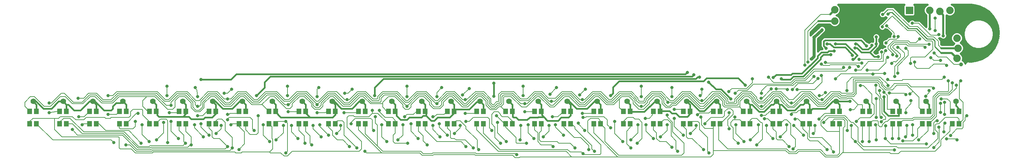
<source format=gbl>
G75*
G70*
%OFA0B0*%
%FSLAX24Y24*%
%IPPOS*%
%LPD*%
%AMOC8*
5,1,8,0,0,1.08239X$1,22.5*
%
%ADD10R,0.0740X0.0740*%
%ADD11C,0.0740*%
%ADD12R,0.0472X0.0551*%
%ADD13C,0.0560*%
%ADD14C,0.0160*%
%ADD15C,0.0320*%
%ADD16C,0.0080*%
%ADD17C,0.0396*%
%ADD18C,0.0200*%
%ADD19C,0.0100*%
%ADD20C,0.0475*%
%ADD21C,0.0360*%
%ADD22C,0.0300*%
D10*
X088325Y017126D03*
X093135Y015366D03*
D11*
X093035Y014366D03*
X093135Y013366D03*
X093035Y012366D03*
X080925Y016056D03*
X080925Y017196D03*
X089325Y017026D03*
X090325Y017126D03*
X091325Y017026D03*
X092325Y017126D03*
D12*
X092575Y007106D03*
X093245Y007106D03*
X090285Y007106D03*
X089615Y007106D03*
X087325Y007106D03*
X086655Y007106D03*
X084365Y007106D03*
X083695Y007106D03*
X081405Y007106D03*
X080735Y007106D03*
X078445Y007106D03*
X077775Y007106D03*
X075485Y007106D03*
X074815Y007106D03*
X072525Y007106D03*
X071855Y007106D03*
X069565Y007106D03*
X068895Y007106D03*
X066605Y007106D03*
X065935Y007106D03*
X063645Y007106D03*
X062975Y007106D03*
X060685Y007106D03*
X060015Y007106D03*
X057725Y007106D03*
X057055Y007106D03*
X054765Y007106D03*
X054095Y007106D03*
X051885Y007106D03*
X051215Y007106D03*
X049005Y007106D03*
X048335Y007106D03*
X046125Y007106D03*
X045455Y007106D03*
X043245Y007106D03*
X042575Y007106D03*
X040365Y007106D03*
X039695Y007106D03*
X037405Y007106D03*
X036735Y007106D03*
X034445Y007106D03*
X033775Y007106D03*
X031485Y007106D03*
X030815Y007106D03*
X028525Y007106D03*
X027855Y007106D03*
X025565Y007106D03*
X024895Y007106D03*
X022605Y007106D03*
X021935Y007106D03*
X019645Y007106D03*
X018975Y007106D03*
X016685Y007106D03*
X016015Y007106D03*
X013725Y007106D03*
X013055Y007106D03*
X010765Y007106D03*
X010095Y007106D03*
X007805Y007106D03*
X007135Y007106D03*
X004845Y007106D03*
X004175Y007106D03*
X001885Y007106D03*
X001215Y007106D03*
X001215Y005866D03*
X001885Y005866D03*
X004175Y005866D03*
X004845Y005866D03*
X007135Y005866D03*
X007805Y005866D03*
X010095Y005866D03*
X010765Y005866D03*
X013055Y005866D03*
X013725Y005866D03*
X016015Y005866D03*
X016685Y005866D03*
X018975Y005866D03*
X019645Y005866D03*
X021935Y005866D03*
X022605Y005866D03*
X024895Y005866D03*
X025565Y005866D03*
X027855Y005866D03*
X028525Y005866D03*
X030815Y005866D03*
X031485Y005866D03*
X033775Y005866D03*
X034445Y005866D03*
X036735Y005866D03*
X037405Y005866D03*
X039695Y005866D03*
X040365Y005866D03*
X042575Y005866D03*
X043245Y005866D03*
X045455Y005866D03*
X046125Y005866D03*
X048335Y005866D03*
X049005Y005866D03*
X051215Y005866D03*
X051885Y005866D03*
X054095Y005866D03*
X054765Y005866D03*
X057055Y005866D03*
X057725Y005866D03*
X060015Y005866D03*
X060685Y005866D03*
X062975Y005866D03*
X063645Y005866D03*
X065935Y005866D03*
X066605Y005866D03*
X068895Y005866D03*
X069565Y005866D03*
X071855Y005866D03*
X072525Y005866D03*
X074815Y005866D03*
X075485Y005866D03*
X077775Y005866D03*
X078445Y005866D03*
X080735Y005866D03*
X081405Y005866D03*
X083695Y005866D03*
X084365Y005866D03*
X086655Y005866D03*
X087325Y005866D03*
X089615Y005866D03*
X090285Y005866D03*
X092575Y005866D03*
X093245Y005866D03*
D13*
X092925Y008086D03*
X089965Y008086D03*
X087005Y008086D03*
X084045Y008086D03*
X081085Y008086D03*
X078125Y008086D03*
X075165Y008086D03*
X072205Y008086D03*
X069245Y008086D03*
X066285Y008086D03*
X063325Y008086D03*
X060365Y008086D03*
X057405Y008086D03*
X054445Y008086D03*
X051565Y008086D03*
X048685Y008086D03*
X045805Y008086D03*
X042925Y008086D03*
X040045Y008086D03*
X037085Y008086D03*
X034125Y008086D03*
X031165Y008086D03*
X028205Y008086D03*
X025245Y008086D03*
X022285Y008086D03*
X019325Y008086D03*
X016365Y008086D03*
X013405Y008086D03*
X010445Y008086D03*
X007485Y008086D03*
X004525Y008086D03*
X001565Y008086D03*
D14*
X001885Y007766D01*
X001885Y007106D01*
X002565Y007366D02*
X003365Y007366D01*
X004085Y008086D01*
X004525Y008086D01*
X004845Y007766D01*
X005045Y007766D01*
X005605Y007206D01*
X006245Y007206D01*
X007125Y008086D01*
X007485Y008086D01*
X007805Y007766D01*
X007805Y007106D01*
X008565Y007206D02*
X007685Y008086D01*
X007485Y008086D01*
X009445Y007606D02*
X009765Y007926D01*
X010285Y007926D01*
X010445Y008086D01*
X010765Y007766D01*
X010765Y007106D01*
X009445Y007366D02*
X009445Y007606D01*
X009445Y007366D02*
X009285Y007206D01*
X008565Y007206D01*
X004845Y007106D02*
X004845Y007766D01*
X002565Y007366D02*
X001845Y008086D01*
X001565Y008086D01*
X013405Y008086D02*
X013725Y007766D01*
X013725Y007106D01*
X013845Y006986D01*
X013845Y006726D01*
X014005Y006566D01*
X016405Y006566D01*
X016965Y006566D01*
X017205Y006326D01*
X018405Y006326D01*
X018565Y006486D01*
X019285Y006486D01*
X019645Y006846D01*
X019645Y007106D01*
X019645Y007766D01*
X019325Y008086D01*
X019605Y008086D01*
X020325Y007366D01*
X021285Y007366D01*
X022005Y008086D01*
X022285Y008086D01*
X022605Y007766D01*
X022605Y007106D01*
X025565Y007106D02*
X025605Y006986D01*
X026005Y006566D01*
X026085Y006486D01*
X028965Y006486D01*
X031205Y006486D01*
X031485Y006766D01*
X031485Y007106D01*
X031485Y007766D01*
X031165Y008086D01*
X031365Y008086D01*
X032085Y007366D01*
X033125Y007366D01*
X033845Y008086D01*
X034125Y008086D01*
X034445Y007766D01*
X034445Y007106D01*
X037405Y007106D02*
X037525Y006986D01*
X037525Y006646D01*
X037925Y006246D01*
X038565Y006246D01*
X038805Y006486D01*
X040005Y006486D01*
X040165Y006646D01*
X040485Y006646D01*
X040965Y006166D01*
X041285Y006166D01*
X041605Y006486D01*
X042805Y006486D01*
X043245Y006926D01*
X043245Y007106D01*
X043385Y007286D01*
X044725Y007286D01*
X045465Y008026D01*
X045745Y008026D01*
X045805Y008086D01*
X046125Y007766D01*
X046125Y007106D01*
X049005Y007106D02*
X049045Y007066D01*
X049045Y006566D01*
X049125Y006486D01*
X049365Y006486D01*
X049605Y006246D01*
X050485Y006246D01*
X050725Y006486D01*
X051525Y006486D01*
X051565Y006526D01*
X052125Y006526D01*
X051925Y006726D01*
X051925Y007066D01*
X051885Y007106D01*
X051885Y007766D01*
X051565Y008086D01*
X054445Y008086D02*
X054765Y007766D01*
X054765Y007106D01*
X054765Y006686D01*
X054565Y006486D01*
X053845Y006486D01*
X053525Y006166D01*
X052485Y006166D01*
X052125Y006526D01*
X049005Y007106D02*
X049005Y007766D01*
X048685Y008086D01*
X047165Y008606D02*
X047165Y009886D01*
X043245Y007766D02*
X042925Y008086D01*
X043245Y007766D02*
X043245Y007106D01*
X040485Y006986D02*
X040485Y006646D01*
X040485Y006986D02*
X040365Y007106D01*
X040365Y007766D01*
X040045Y008086D01*
X037405Y007766D02*
X037085Y008086D01*
X037405Y007766D02*
X037405Y007106D01*
X035365Y008646D02*
X035365Y009446D01*
X036245Y010326D01*
X067165Y010326D01*
X067325Y010486D01*
X067525Y010486D01*
X067925Y010086D02*
X068245Y010406D01*
X071365Y010406D01*
X072085Y009686D01*
X070645Y008326D02*
X069685Y009286D01*
X069165Y009286D01*
X068445Y010006D01*
X067925Y010086D02*
X059565Y010086D01*
X058965Y009486D01*
X058965Y008886D01*
X058725Y008646D01*
X057725Y007766D02*
X057405Y008086D01*
X057125Y008086D01*
X056405Y007366D01*
X055365Y007366D01*
X054645Y008086D01*
X054445Y008086D01*
X057725Y007766D02*
X057725Y007106D01*
X060365Y008086D02*
X060685Y007766D01*
X060685Y007106D01*
X060745Y007046D01*
X062085Y007046D01*
X063125Y008086D01*
X063325Y008086D01*
X063645Y007766D01*
X063645Y007106D01*
X063785Y007126D01*
X064565Y007126D01*
X064805Y006886D01*
X065205Y006886D01*
X065525Y006566D01*
X066325Y006566D01*
X066605Y006846D01*
X066605Y007106D01*
X066605Y007766D01*
X066285Y008086D01*
X066565Y008086D01*
X067525Y007126D01*
X068005Y007126D01*
X068965Y008086D01*
X069245Y008086D01*
X069565Y007766D01*
X069565Y007106D01*
X072525Y007106D02*
X072525Y007766D01*
X072725Y007766D01*
X073445Y007046D01*
X073925Y007046D01*
X074645Y007766D01*
X074845Y007766D01*
X075165Y008086D01*
X075485Y007766D01*
X075685Y007766D01*
X076245Y007206D01*
X076965Y007206D01*
X077525Y007766D01*
X077805Y007766D01*
X078125Y008086D01*
X078445Y007766D01*
X078445Y007106D01*
X078445Y007086D01*
X078725Y007366D01*
X080005Y007366D01*
X080725Y008086D01*
X081085Y008086D01*
X081405Y007766D01*
X081405Y007106D01*
X084365Y007106D02*
X084365Y007766D01*
X084045Y008086D01*
X082445Y008086D02*
X081085Y008086D01*
X085805Y008526D02*
X085805Y007086D01*
X086245Y006646D01*
X087285Y006646D01*
X087285Y007066D01*
X087325Y007106D01*
X087325Y007766D01*
X087005Y008086D01*
X089965Y008086D02*
X090285Y007766D01*
X090285Y007106D01*
X092925Y007646D02*
X093245Y007326D01*
X093245Y007106D01*
X092925Y007646D02*
X092925Y008086D01*
X079525Y012286D02*
X077805Y010566D01*
X076845Y010566D01*
X076525Y010246D01*
X075725Y010246D01*
X075645Y010326D01*
X075125Y010726D02*
X074845Y010446D01*
X075125Y010726D02*
X076605Y010726D01*
X076725Y010846D01*
X077685Y010846D01*
X079245Y012406D01*
X079245Y012606D01*
X079605Y012966D01*
X080205Y012966D01*
X080325Y013086D01*
X080885Y013086D01*
X080845Y013446D02*
X080485Y013806D01*
X080165Y013806D01*
X079845Y013606D02*
X079845Y014046D01*
X079965Y014166D01*
X083525Y014166D01*
X084085Y013606D01*
X084245Y013246D02*
X084605Y013606D01*
X084605Y013646D01*
X085045Y013606D02*
X085045Y013806D01*
X085045Y014486D01*
X085405Y014646D02*
X085445Y014686D01*
X086165Y014686D01*
X085445Y014686D02*
X085445Y014966D01*
X085285Y015126D01*
X085405Y014646D02*
X085405Y013326D01*
X085045Y012966D01*
X084845Y012526D02*
X084405Y012966D01*
X085045Y013606D01*
X084245Y013246D02*
X083685Y013246D01*
X083125Y013806D01*
X083005Y013806D01*
X082005Y013806D02*
X083165Y012646D01*
X082725Y012206D01*
X082725Y012246D01*
X082685Y012646D02*
X082685Y012726D01*
X081965Y013446D01*
X080845Y013446D01*
X080085Y013366D02*
X079845Y013606D01*
X081005Y013806D02*
X082005Y013806D01*
X082925Y013406D02*
X083125Y013406D01*
X083565Y012966D01*
X084405Y012966D01*
X084845Y012526D02*
X085245Y012526D01*
X080525Y012726D02*
X080485Y012766D01*
X080445Y012726D01*
X079805Y012726D01*
X079525Y012446D01*
X079525Y012286D01*
X066965Y010726D02*
X066805Y010566D01*
X025045Y010566D01*
X024485Y010006D01*
X024485Y009446D01*
X023685Y008646D01*
X025245Y008086D02*
X025565Y007766D01*
X025565Y007106D01*
X028205Y008086D02*
X028525Y007766D01*
X028525Y007106D01*
X028565Y006906D01*
X028965Y006486D01*
X016685Y006846D02*
X016405Y006566D01*
X016685Y006846D02*
X016685Y007106D01*
X016685Y007766D01*
X016365Y008086D01*
X018165Y010246D02*
X021125Y010246D01*
X021685Y010806D01*
X066125Y010806D01*
X066325Y010966D01*
X072205Y008086D02*
X072525Y007766D01*
X075485Y007766D02*
X075485Y007106D01*
D15*
X076645Y006806D03*
X077005Y006326D03*
X073965Y006366D03*
X073685Y006686D03*
X071045Y006526D03*
X070485Y006966D03*
X067685Y006526D03*
X067325Y006766D03*
X065045Y006406D03*
X064325Y006726D03*
X062165Y006406D03*
X062245Y005766D03*
X061445Y005766D03*
X059125Y006086D03*
X058725Y005446D03*
X056165Y005206D03*
X054085Y004726D03*
X052085Y004566D03*
X051125Y004406D03*
X049765Y004246D03*
X048405Y004086D03*
X047845Y003926D03*
X045685Y003286D03*
X045125Y003446D03*
X044405Y003606D03*
X041845Y004566D03*
X042565Y004726D03*
X043285Y004886D03*
X039685Y004406D03*
X040565Y003766D03*
X038645Y003926D03*
X037685Y004246D03*
X036565Y004086D03*
X033605Y003446D03*
X032885Y003606D03*
X034405Y003126D03*
X029125Y003766D03*
X028485Y003926D03*
X027765Y004406D03*
X025605Y004246D03*
X024965Y004086D03*
X021925Y003286D03*
X021285Y003446D03*
X020805Y003606D03*
X017205Y003766D03*
X016645Y003926D03*
X015925Y004406D03*
X014885Y004006D03*
X013765Y004246D03*
X013045Y004086D03*
X012245Y003926D03*
X010725Y003766D03*
X009525Y004006D03*
X005445Y005286D03*
X006405Y005766D03*
X006085Y006566D03*
X008965Y006806D03*
X011685Y006086D03*
X012325Y005766D03*
X014485Y006006D03*
X015205Y006086D03*
X017525Y005766D03*
X018165Y005846D03*
X020165Y005686D03*
X021125Y005766D03*
X020805Y006246D03*
X020805Y006806D03*
X017845Y006646D03*
X015045Y006966D03*
X015205Y007686D03*
X017845Y007606D03*
X020805Y008326D03*
X020485Y008886D03*
X021205Y009286D03*
X023685Y008646D03*
X026725Y008646D03*
X029685Y008566D03*
X029685Y007766D03*
X026805Y007766D03*
X026805Y007046D03*
X029685Y006966D03*
X032325Y006966D03*
X035125Y007206D03*
X035845Y007206D03*
X035445Y006566D03*
X038325Y006566D03*
X038965Y005846D03*
X038165Y005766D03*
X036085Y005766D03*
X035285Y005206D03*
X033045Y005846D03*
X032005Y005686D03*
X029925Y005766D03*
X029285Y005686D03*
X027125Y005686D03*
X026325Y005686D03*
X026565Y006086D03*
X024325Y005766D03*
X023445Y005206D03*
X019685Y004886D03*
X018965Y004726D03*
X018405Y004566D03*
X026565Y002966D03*
X030085Y004566D03*
X030805Y004726D03*
X031605Y004886D03*
X023845Y006646D03*
X017845Y008566D03*
X014805Y008646D03*
X017605Y009446D03*
X018165Y010246D03*
X014805Y009606D03*
X008965Y008646D03*
X006005Y008406D03*
X003125Y007926D03*
X003125Y006966D03*
X011925Y006886D03*
X026725Y009606D03*
X029845Y009446D03*
X032405Y008886D03*
X033125Y009286D03*
X035365Y008646D03*
X032645Y008246D03*
X038565Y008566D03*
X041525Y008566D03*
X041525Y007846D03*
X038565Y007606D03*
X041125Y006566D03*
X041765Y005846D03*
X041125Y005686D03*
X043845Y005686D03*
X044405Y006086D03*
X044325Y006886D03*
X047445Y006646D03*
X050245Y007046D03*
X050245Y007846D03*
X052885Y008086D03*
X052725Y008806D03*
X053365Y009446D03*
X055685Y008726D03*
X055925Y008246D03*
X058725Y008646D03*
X056245Y009286D03*
X061765Y009606D03*
X064805Y009446D03*
X067605Y008646D03*
X067765Y009286D03*
X070445Y009046D03*
X071085Y008886D03*
X073685Y008886D03*
X074645Y009326D03*
X075125Y009326D03*
X076245Y009246D03*
X076725Y009246D03*
X077205Y009246D03*
X079405Y008646D03*
X080005Y008966D03*
X082125Y009166D03*
X083485Y009646D03*
X085005Y009686D03*
X086215Y009676D03*
X086165Y010246D03*
X086885Y010546D03*
X087185Y010886D03*
X085885Y010846D03*
X084715Y010806D03*
X084125Y011206D03*
X083285Y011566D03*
X083605Y011886D03*
X082405Y011446D03*
X081805Y011446D03*
X083005Y011206D03*
X080005Y011966D03*
X079605Y011806D03*
X078285Y012006D03*
X078605Y012286D03*
X077965Y011686D03*
X080525Y012726D03*
X080885Y013086D03*
X080085Y013366D03*
X080165Y013806D03*
X081005Y013806D03*
X082925Y013406D03*
X084085Y013606D03*
X084605Y013646D03*
X085045Y013806D03*
X086005Y013886D03*
X087165Y013446D03*
X087965Y013366D03*
X089885Y013446D03*
X090285Y013766D03*
X090765Y012886D03*
X090445Y012426D03*
X091405Y012146D03*
X088845Y012006D03*
X088445Y011846D03*
X086565Y011846D03*
X086165Y012446D03*
X086685Y012726D03*
X087085Y012606D03*
X085965Y013126D03*
X085565Y013006D03*
X085245Y012526D03*
X083325Y012246D03*
X082725Y012246D03*
X082685Y012646D03*
X083005Y013806D03*
X085045Y014486D03*
X086805Y014526D03*
X087205Y014526D03*
X089325Y014286D03*
X091245Y014726D03*
X091685Y014606D03*
X090885Y015126D03*
X090325Y015286D03*
X088605Y015846D03*
X086085Y015606D03*
X085645Y015486D03*
X090885Y016366D03*
X086205Y016766D03*
X085685Y016726D03*
X079685Y015206D03*
X078885Y014446D03*
X092005Y011646D03*
X091765Y010486D03*
X092165Y010126D03*
X092565Y009926D03*
X092965Y009686D03*
X093405Y010126D03*
X090715Y009406D03*
X090285Y009166D03*
X088385Y008826D03*
X087965Y008746D03*
X086325Y008926D03*
X085805Y009006D03*
X085365Y009166D03*
X085805Y008526D03*
X085045Y008366D03*
X082445Y008086D03*
X082485Y007246D03*
X085045Y006486D03*
X085525Y006486D03*
X085525Y006046D03*
X085965Y005646D03*
X084965Y005766D03*
X083085Y006086D03*
X082565Y005686D03*
X082165Y005206D03*
X079845Y006006D03*
X078965Y005686D03*
X076885Y005686D03*
X076165Y005766D03*
X074165Y005686D03*
X073365Y005766D03*
X071125Y005766D03*
X070485Y005366D03*
X068085Y005846D03*
X067205Y005686D03*
X064325Y005766D03*
X065925Y004726D03*
X066645Y004886D03*
X063685Y004566D03*
X062965Y004406D03*
X061365Y003926D03*
X059925Y004086D03*
X060725Y004246D03*
X060725Y003446D03*
X057125Y003126D03*
X056565Y003286D03*
X055205Y003446D03*
X056005Y002886D03*
X053045Y003606D03*
X050405Y003926D03*
X049445Y002806D03*
X046965Y005206D03*
X047525Y006006D03*
X049845Y005686D03*
X050565Y005766D03*
X052645Y005686D03*
X053285Y005766D03*
X055525Y005926D03*
X056005Y006486D03*
X055925Y006886D03*
X052965Y006566D03*
X047165Y008606D03*
X050085Y008646D03*
X050085Y009606D03*
X047165Y009886D03*
X044725Y009366D03*
X042005Y009446D03*
X044085Y008726D03*
X044325Y008246D03*
X038565Y009606D03*
X061765Y008566D03*
X064405Y008006D03*
X064805Y008566D03*
X067765Y008166D03*
X065045Y007286D03*
X061765Y007606D03*
X070645Y008326D03*
X073645Y008406D03*
X076645Y007926D03*
X073685Y007606D03*
X079365Y006326D03*
X078805Y004886D03*
X077845Y004726D03*
X075525Y004566D03*
X074805Y004406D03*
X073205Y003766D03*
X071925Y004086D03*
X071365Y003926D03*
X072565Y004246D03*
X076405Y003606D03*
X076805Y003366D03*
X080165Y003286D03*
X080805Y003046D03*
X082965Y004086D03*
X083685Y004086D03*
X084325Y004086D03*
X085045Y004246D03*
X085925Y004406D03*
X086645Y004406D03*
X087285Y004406D03*
X087685Y004166D03*
X087925Y004566D03*
X088645Y004726D03*
X089245Y004246D03*
X090005Y003846D03*
X090725Y003486D03*
X086845Y003246D03*
X092005Y004366D03*
X093045Y004246D03*
X092405Y004686D03*
X091725Y005046D03*
X090725Y004886D03*
X091245Y005526D03*
X091845Y005926D03*
X091085Y006166D03*
X094005Y006646D03*
X091805Y006806D03*
X091405Y007006D03*
X091405Y007886D03*
X091805Y008006D03*
X091485Y008326D03*
X089925Y008606D03*
X088485Y008166D03*
X087965Y006966D03*
X088085Y005686D03*
X088645Y005766D03*
X079685Y008246D03*
X072085Y009686D03*
X072765Y010326D03*
X074365Y010486D03*
X074845Y010446D03*
X075645Y010326D03*
X078885Y010566D03*
X079285Y010366D03*
X079605Y010646D03*
X081005Y010326D03*
X068445Y010006D03*
X067525Y010486D03*
X066965Y010726D03*
X066325Y010966D03*
X064805Y003526D03*
X065365Y003126D03*
X067925Y003286D03*
X068485Y002966D03*
D16*
X011685Y002966D02*
X011285Y003366D01*
X010165Y003366D01*
X010085Y003446D01*
X010085Y004486D01*
X010005Y004566D01*
X004405Y004566D01*
X003685Y005286D01*
X003685Y006406D01*
X004085Y006406D01*
X004245Y006566D01*
X005445Y006566D01*
X005765Y006246D01*
X006565Y006246D01*
X006805Y006486D01*
X008645Y006486D01*
X008725Y006406D01*
X009205Y006406D01*
X009285Y006486D01*
X011045Y006486D01*
X011205Y006646D01*
X011205Y007046D01*
X011445Y007286D01*
X012325Y007286D01*
X012405Y007206D01*
X012405Y006726D01*
X013045Y006086D01*
X013055Y005866D01*
X013705Y005866D02*
X013725Y005866D01*
X013705Y005866D02*
X014165Y006326D01*
X014725Y006326D01*
X014885Y006166D01*
X014885Y004006D01*
X014485Y004966D02*
X013765Y004246D01*
X013045Y004086D02*
X012325Y004806D01*
X012325Y005766D01*
X011685Y005606D02*
X011685Y006086D01*
X011785Y006886D02*
X010765Y005866D01*
X010095Y005866D02*
X010085Y005766D01*
X010085Y005446D01*
X010165Y005366D01*
X011445Y005366D01*
X011685Y005606D01*
X011045Y005206D02*
X008725Y005206D01*
X008065Y005866D01*
X007805Y005866D01*
X007135Y005866D02*
X006505Y005866D01*
X006405Y005766D01*
X006405Y004886D02*
X005425Y005866D01*
X004845Y005866D01*
X004565Y006406D02*
X004175Y006016D01*
X004175Y005866D01*
X004565Y006406D02*
X005205Y006406D01*
X006565Y005046D01*
X010565Y005046D01*
X012005Y003606D01*
X013045Y003606D01*
X013125Y003686D01*
X016405Y003686D01*
X016645Y003926D01*
X016485Y004086D01*
X016485Y004726D01*
X016015Y005196D01*
X016015Y005866D01*
X016685Y005866D02*
X016685Y005086D01*
X017205Y004566D01*
X017205Y003846D01*
X016885Y003526D01*
X013205Y003526D01*
X013125Y003446D01*
X011925Y003446D01*
X010485Y004886D01*
X006405Y004886D01*
X005925Y004726D02*
X005445Y005286D01*
X005925Y004726D02*
X010405Y004726D01*
X011845Y003286D01*
X013205Y003286D01*
X013285Y003366D01*
X020565Y003366D01*
X020805Y003606D01*
X020005Y004406D01*
X019445Y004406D01*
X019285Y004566D01*
X019285Y005126D01*
X018975Y005436D01*
X018975Y005866D01*
X019645Y005866D02*
X019645Y006126D01*
X019845Y006326D01*
X020245Y006326D01*
X020565Y006006D01*
X020565Y005206D01*
X021285Y004486D01*
X021285Y003446D01*
X021045Y003206D01*
X013365Y003206D01*
X013285Y003126D01*
X011765Y003126D01*
X011125Y003766D01*
X010725Y003766D01*
X011045Y005206D02*
X012245Y003926D01*
X013365Y002966D02*
X013445Y003046D01*
X021525Y003046D01*
X021605Y002966D01*
X022165Y002966D01*
X022245Y003046D01*
X024965Y003046D01*
X025045Y002966D01*
X026085Y002966D01*
X026405Y002646D01*
X026725Y002646D01*
X027205Y003126D01*
X033845Y003126D01*
X034085Y003366D01*
X034085Y004086D01*
X032645Y005526D01*
X032645Y006486D01*
X032805Y006646D01*
X033285Y006646D01*
X033365Y006566D01*
X034805Y006566D01*
X035125Y006886D01*
X035125Y007206D01*
X035125Y006886D02*
X035685Y006886D01*
X036655Y005916D01*
X036735Y005866D01*
X036085Y005766D02*
X036085Y004566D01*
X036565Y004086D01*
X037205Y004086D02*
X037205Y004726D01*
X037405Y004926D01*
X037405Y005866D01*
X037405Y006206D01*
X037125Y006486D01*
X036405Y006486D01*
X035845Y007046D01*
X035845Y007206D01*
X036165Y007526D02*
X036585Y007106D01*
X036735Y007106D01*
X038165Y007526D02*
X038405Y007286D01*
X038725Y007286D01*
X038965Y007526D01*
X038965Y007766D01*
X039765Y008566D01*
X040245Y008566D01*
X040805Y008006D01*
X040805Y007766D01*
X041205Y007366D01*
X041845Y007366D01*
X042165Y007686D01*
X042165Y008006D01*
X042725Y008566D01*
X043045Y008566D01*
X044085Y007526D01*
X044565Y007526D01*
X045605Y008566D01*
X045925Y008566D01*
X046405Y008086D01*
X046405Y007686D01*
X046845Y007246D01*
X047365Y007246D01*
X047685Y007566D01*
X047875Y007566D01*
X048125Y007816D01*
X048125Y008486D01*
X048205Y008566D01*
X048885Y008566D01*
X049925Y007526D01*
X050405Y007526D01*
X051445Y008566D01*
X051685Y008566D01*
X052725Y007526D01*
X053125Y007526D01*
X054165Y008566D01*
X054645Y008566D01*
X055605Y007606D01*
X056245Y007606D01*
X057205Y008566D01*
X057525Y008566D01*
X058325Y007766D01*
X059045Y007766D01*
X059605Y008326D01*
X059845Y008566D01*
X060565Y008566D01*
X060965Y008166D01*
X060965Y007846D01*
X061525Y007286D01*
X062005Y007286D01*
X062565Y007846D01*
X062565Y008006D01*
X063125Y008566D01*
X063525Y008566D01*
X063845Y008246D01*
X063845Y007846D01*
X064245Y007446D01*
X064645Y007446D01*
X064885Y007686D01*
X065205Y007686D01*
X066085Y008566D01*
X066405Y008566D01*
X067605Y007366D01*
X067925Y007366D01*
X069125Y008566D01*
X069365Y008566D01*
X069845Y008086D01*
X069845Y007686D01*
X070005Y007526D01*
X071525Y007526D01*
X071525Y008086D01*
X072005Y008566D01*
X072405Y008566D01*
X072725Y008246D01*
X072725Y008086D01*
X073525Y007286D01*
X073845Y007286D01*
X074725Y008166D01*
X074725Y008246D01*
X075045Y008566D01*
X075365Y008566D01*
X075605Y008326D01*
X075605Y008166D01*
X076325Y007446D01*
X076885Y007446D01*
X078005Y008566D01*
X078285Y008566D01*
X079245Y007606D01*
X079925Y007606D01*
X080885Y008566D01*
X081205Y008566D01*
X081445Y008326D01*
X082165Y008326D01*
X082245Y008406D01*
X082605Y008406D01*
X083245Y007766D01*
X082845Y007246D01*
X082485Y007246D01*
X083685Y007126D02*
X083685Y007766D01*
X083245Y007766D01*
X084605Y007966D02*
X084845Y007726D01*
X084845Y006846D01*
X084445Y006446D01*
X083445Y006446D01*
X083085Y006086D01*
X082725Y006006D02*
X082565Y006006D01*
X081925Y006646D01*
X080085Y006646D01*
X079565Y006126D01*
X079565Y005686D01*
X080165Y005086D01*
X081365Y005086D01*
X081405Y005046D01*
X081405Y002926D01*
X081205Y002726D01*
X080085Y002726D01*
X079525Y003286D01*
X077285Y003286D01*
X077045Y003046D01*
X076485Y003046D01*
X076165Y003366D01*
X070325Y003366D01*
X069445Y004246D01*
X069445Y005666D01*
X069565Y005866D01*
X069565Y006046D01*
X069805Y006046D01*
X070485Y006726D01*
X070485Y006966D01*
X070325Y007366D02*
X070005Y007046D01*
X070005Y006646D01*
X069845Y006486D01*
X068685Y006486D01*
X068085Y005886D01*
X068085Y005846D01*
X067725Y005766D02*
X068083Y005407D01*
X068899Y005407D01*
X068895Y005866D01*
X067725Y005766D02*
X067725Y006486D01*
X067685Y006526D01*
X067525Y006926D02*
X067325Y006766D01*
X067525Y006926D02*
X068485Y006926D01*
X068725Y007166D01*
X068805Y007166D01*
X068755Y007086D01*
X068895Y007106D01*
X070325Y007366D02*
X070645Y007366D01*
X070885Y007126D01*
X070885Y006806D01*
X070325Y006246D01*
X070325Y005686D01*
X070485Y005526D01*
X070485Y005366D01*
X070645Y005686D02*
X070885Y005446D01*
X070885Y004406D01*
X071365Y003926D01*
X071925Y004086D02*
X071125Y004886D01*
X071125Y005766D01*
X070645Y005686D02*
X070645Y006006D01*
X070885Y006246D01*
X071005Y006246D01*
X071045Y006286D01*
X071045Y006526D01*
X071005Y006246D02*
X071525Y006246D01*
X071855Y005916D01*
X071855Y005866D01*
X072525Y005866D02*
X072525Y006206D01*
X072725Y006406D01*
X073205Y006406D01*
X073605Y006006D01*
X073685Y006006D01*
X073765Y005926D01*
X073765Y004326D01*
X073205Y003766D01*
X072565Y004246D02*
X073365Y005046D01*
X073365Y005766D01*
X074165Y005686D02*
X074165Y005046D01*
X074805Y004406D01*
X075125Y004406D02*
X075125Y005046D01*
X074815Y005356D01*
X074815Y005866D01*
X074315Y006366D01*
X073965Y006366D01*
X074085Y006686D02*
X073685Y006686D01*
X074085Y006686D02*
X074505Y007106D01*
X074815Y007106D01*
X073845Y007606D02*
X073685Y007606D01*
X073445Y007606D01*
X072885Y008166D01*
X072885Y008326D01*
X072485Y008726D01*
X071925Y008726D01*
X071365Y008166D01*
X071365Y007766D01*
X071285Y007686D01*
X070085Y007686D01*
X070005Y007766D01*
X070005Y008166D01*
X069445Y008726D01*
X069045Y008726D01*
X067925Y007606D01*
X067605Y007606D01*
X066485Y008726D01*
X066005Y008726D01*
X065125Y007846D01*
X064805Y007846D01*
X064565Y007606D01*
X064325Y007606D01*
X064005Y007926D01*
X064005Y008326D01*
X063605Y008726D01*
X062965Y008726D01*
X062405Y008166D01*
X062405Y008006D01*
X062005Y007606D01*
X061765Y007606D01*
X061525Y007606D01*
X061125Y008006D01*
X061125Y008246D01*
X060645Y008726D01*
X059765Y008726D01*
X058965Y007926D01*
X058405Y007926D01*
X057605Y008726D01*
X057125Y008726D01*
X056165Y007766D01*
X055685Y007766D01*
X054725Y008726D01*
X054085Y008726D01*
X053045Y007686D01*
X052805Y007686D01*
X051765Y008726D01*
X051365Y008726D01*
X050485Y007846D01*
X050245Y007846D01*
X049845Y007846D01*
X048965Y008726D01*
X048125Y008726D01*
X047965Y008566D01*
X047965Y007886D01*
X047805Y007726D01*
X047605Y007726D01*
X047285Y007406D01*
X046925Y007406D01*
X046565Y007766D01*
X046565Y008166D01*
X046005Y008726D01*
X045525Y008726D01*
X044485Y007686D01*
X044165Y007686D01*
X043125Y008726D01*
X042645Y008726D01*
X042005Y008086D01*
X042005Y007766D01*
X041765Y007526D01*
X041285Y007526D01*
X040965Y007846D01*
X040965Y008086D01*
X040325Y008726D01*
X039685Y008726D01*
X038565Y007606D01*
X037445Y008726D01*
X036325Y008726D01*
X036005Y008406D01*
X036005Y008086D01*
X035925Y008006D01*
X035045Y008006D01*
X034325Y008726D01*
X033845Y008726D01*
X032885Y007766D01*
X032325Y007766D01*
X031365Y008726D01*
X030885Y008726D01*
X030085Y007926D01*
X030085Y007686D01*
X029845Y007446D01*
X029525Y007446D01*
X029285Y007686D01*
X029285Y007926D01*
X028485Y008726D01*
X027845Y008726D01*
X026885Y007766D01*
X026805Y007766D01*
X026485Y007766D01*
X025525Y008726D01*
X024725Y008726D01*
X023925Y007926D01*
X023285Y007926D01*
X022485Y008726D01*
X022005Y008726D01*
X021045Y007766D01*
X020565Y007766D01*
X019605Y008726D01*
X019045Y008726D01*
X018325Y008006D01*
X018325Y007526D01*
X018005Y007206D01*
X017685Y007206D01*
X017365Y007526D01*
X017365Y008006D01*
X016645Y008726D01*
X015925Y008726D01*
X015205Y008006D01*
X015205Y007686D01*
X014725Y007686D01*
X013685Y008726D01*
X010005Y008726D01*
X009365Y008086D01*
X008405Y008086D01*
X007765Y008726D01*
X007125Y008726D01*
X006405Y008006D01*
X005525Y008006D01*
X004645Y008886D01*
X004325Y008886D01*
X003365Y007926D01*
X003125Y007926D01*
X003285Y007606D02*
X002645Y007606D01*
X001685Y008566D01*
X001285Y008566D01*
X000725Y008006D01*
X000725Y007606D01*
X001215Y007116D01*
X001215Y007106D01*
X003125Y006966D02*
X004155Y007126D01*
X004175Y007106D01*
X003285Y007606D02*
X004245Y008566D01*
X004725Y008566D01*
X005445Y007846D01*
X006485Y007846D01*
X007205Y008566D01*
X007685Y008566D01*
X008325Y007926D01*
X009445Y007926D01*
X010085Y008566D01*
X012805Y008566D01*
X012405Y008166D01*
X012405Y007606D01*
X012905Y007106D01*
X013055Y007106D01*
X011925Y006886D02*
X011785Y006886D01*
X010095Y007106D02*
X009795Y006806D01*
X008965Y006806D01*
X007135Y007106D02*
X006595Y006566D01*
X006085Y006566D01*
X003685Y006406D02*
X001525Y006406D01*
X001215Y006096D01*
X001215Y005866D01*
X001885Y005866D02*
X003505Y004246D01*
X009285Y004246D01*
X009525Y004006D01*
X011685Y002966D02*
X013365Y002966D01*
X017205Y003766D02*
X017205Y003846D01*
X015925Y004406D02*
X015205Y005126D01*
X015205Y006086D01*
X014485Y006006D02*
X014485Y004966D01*
X017525Y005446D02*
X017525Y005766D01*
X017525Y005446D02*
X018405Y004566D01*
X018965Y004726D02*
X018165Y005526D01*
X018165Y005846D01*
X020165Y005686D02*
X020165Y005366D01*
X019685Y004886D01*
X021925Y005606D02*
X022485Y005046D01*
X022485Y003846D01*
X021925Y003286D01*
X024325Y004726D02*
X024965Y004086D01*
X025285Y004326D02*
X025205Y004406D01*
X025205Y005556D01*
X024895Y005866D01*
X024325Y005766D02*
X024325Y004726D01*
X023845Y004966D02*
X023685Y004806D01*
X023045Y004806D01*
X022605Y005246D01*
X022605Y005866D01*
X021935Y005866D02*
X021925Y005606D01*
X021935Y005866D02*
X021225Y005866D01*
X021125Y005766D01*
X020805Y006246D02*
X020805Y006326D01*
X020965Y006486D01*
X023045Y006486D01*
X023285Y006246D01*
X023285Y005366D01*
X023445Y005206D01*
X023845Y004966D02*
X023845Y006646D01*
X024825Y007106D02*
X024895Y007106D01*
X024235Y007766D01*
X024165Y007766D01*
X024805Y008366D01*
X025005Y008566D01*
X025445Y008566D01*
X026645Y007366D01*
X026965Y007366D01*
X027205Y007606D01*
X027205Y007846D01*
X027925Y008566D01*
X028405Y008566D01*
X029125Y007846D01*
X029125Y007606D01*
X029445Y007286D01*
X029925Y007286D01*
X030245Y007606D01*
X030245Y007846D01*
X030965Y008566D01*
X031285Y008566D01*
X032245Y007606D01*
X032965Y007606D01*
X033925Y008566D01*
X034245Y008566D01*
X034965Y007846D01*
X036165Y007846D01*
X036165Y007526D01*
X036165Y007846D02*
X036165Y008006D01*
X036725Y008566D01*
X037365Y008566D01*
X038165Y007766D01*
X038165Y007526D01*
X038405Y008006D02*
X037525Y008886D01*
X036245Y008886D01*
X035845Y008486D01*
X035845Y008246D01*
X035765Y008166D01*
X035125Y008166D01*
X034405Y008886D01*
X033765Y008886D01*
X032805Y007926D01*
X032405Y007926D01*
X031445Y008886D01*
X030805Y008886D01*
X029685Y007766D01*
X029605Y007766D01*
X029605Y007846D01*
X028565Y008886D01*
X027765Y008886D01*
X026965Y008086D01*
X026405Y008086D01*
X025605Y008886D01*
X024645Y008886D01*
X023845Y008086D01*
X023365Y008086D01*
X022565Y008886D01*
X021925Y008886D01*
X020965Y007926D01*
X020645Y007926D01*
X019685Y008886D01*
X018965Y008886D01*
X018165Y008086D01*
X018165Y007766D01*
X018005Y007606D01*
X017845Y007606D01*
X017765Y007606D01*
X017605Y007766D01*
X017605Y008006D01*
X016725Y008886D01*
X015845Y008886D01*
X015045Y008086D01*
X014565Y008086D01*
X013765Y008886D01*
X009925Y008886D01*
X009285Y008246D01*
X008485Y008246D01*
X007845Y008886D01*
X007045Y008886D01*
X006565Y008406D01*
X006005Y008406D01*
X008965Y008646D02*
X009445Y008646D01*
X009845Y009046D01*
X013845Y009046D01*
X014645Y008246D01*
X014965Y008246D01*
X015765Y009046D01*
X016805Y009046D01*
X017685Y008166D01*
X018005Y008166D01*
X018885Y009046D01*
X019765Y009046D01*
X020485Y008326D01*
X020805Y008326D01*
X021125Y008326D01*
X021845Y009046D01*
X022645Y009046D01*
X023445Y008246D01*
X023765Y008246D01*
X024565Y009046D01*
X025685Y009046D01*
X026485Y008246D01*
X026885Y008246D01*
X027685Y009046D01*
X028645Y009046D01*
X029605Y008086D01*
X029765Y008086D01*
X030725Y009046D01*
X031605Y009046D01*
X032405Y008246D01*
X032645Y008246D01*
X032885Y008246D01*
X033685Y009046D01*
X034485Y009046D01*
X035205Y008326D01*
X035605Y008326D01*
X035685Y008406D01*
X035685Y008566D01*
X036165Y009046D01*
X037605Y009046D01*
X038485Y008166D01*
X038645Y008166D01*
X039525Y009046D01*
X040485Y009046D01*
X041365Y008166D01*
X041605Y008166D01*
X042485Y009046D01*
X043285Y009046D01*
X044085Y008246D01*
X044325Y008246D01*
X044485Y008246D01*
X045365Y009046D01*
X046165Y009046D01*
X046885Y008326D01*
X046885Y007926D01*
X047085Y007726D01*
X047125Y007726D01*
X047445Y008046D01*
X047645Y008046D01*
X047645Y008806D01*
X047925Y009046D01*
X049125Y009046D01*
X049845Y008326D01*
X050485Y008326D01*
X051205Y009046D01*
X051925Y009046D01*
X052565Y008406D01*
X053285Y008406D01*
X053925Y009046D01*
X054885Y009046D01*
X055685Y008246D01*
X055925Y008246D01*
X056165Y008246D01*
X056965Y009046D01*
X057765Y009046D01*
X058565Y008246D01*
X058805Y008246D01*
X059605Y009046D01*
X060805Y009046D01*
X061445Y008406D01*
X061445Y008246D01*
X061605Y008086D01*
X062005Y008086D01*
X062085Y008166D01*
X062085Y008326D01*
X062805Y009046D01*
X063765Y009046D01*
X064645Y008166D01*
X064965Y008166D01*
X065845Y009046D01*
X066645Y009046D01*
X067525Y008166D01*
X067765Y008166D01*
X067925Y008166D01*
X068805Y009046D01*
X069605Y009046D01*
X070325Y008326D01*
X070325Y008086D01*
X070405Y008006D01*
X070965Y008006D01*
X071045Y008086D01*
X071045Y008326D01*
X071765Y009046D01*
X072645Y009046D01*
X073205Y008486D01*
X073205Y008326D01*
X073445Y008086D01*
X073845Y008086D01*
X074805Y009046D01*
X075605Y009046D01*
X076405Y008246D01*
X076805Y008246D01*
X077605Y009046D01*
X078525Y009046D01*
X079325Y008246D01*
X079685Y008246D01*
X079725Y008246D01*
X080525Y009046D01*
X081445Y009046D01*
X081605Y008886D01*
X082645Y008886D01*
X082765Y009006D01*
X082765Y010326D01*
X085295Y010326D01*
X085685Y009936D01*
X085685Y009766D01*
X086045Y009386D01*
X086425Y009386D01*
X086845Y009846D01*
X088165Y009846D01*
X088455Y009546D01*
X088465Y009536D01*
X090585Y009536D01*
X090715Y009406D01*
X090285Y009166D02*
X090285Y008966D01*
X089925Y008606D01*
X089285Y008486D02*
X088665Y009106D01*
X088385Y008826D01*
X087965Y008746D02*
X087825Y008886D01*
X086365Y008886D01*
X086325Y008926D01*
X086125Y008686D02*
X085805Y009006D01*
X085805Y009146D01*
X085345Y009606D01*
X085345Y009796D01*
X085135Y010006D01*
X083085Y010006D01*
X083085Y008846D01*
X082805Y008566D01*
X082165Y008566D01*
X082085Y008486D01*
X081525Y008486D01*
X081285Y008726D01*
X080805Y008726D01*
X079845Y007766D01*
X079325Y007766D01*
X078365Y008726D01*
X077925Y008726D01*
X076805Y007606D01*
X076405Y007606D01*
X075765Y008246D01*
X075765Y008406D01*
X075445Y008726D01*
X074965Y008726D01*
X073845Y007606D01*
X073925Y007926D02*
X073365Y007926D01*
X073045Y008246D01*
X073045Y008406D01*
X072565Y008886D01*
X071845Y008886D01*
X071205Y008246D01*
X071205Y007926D01*
X071125Y007846D01*
X070245Y007846D01*
X070165Y007926D01*
X070165Y008246D01*
X069525Y008886D01*
X068965Y008886D01*
X067925Y007846D01*
X067605Y007846D01*
X066565Y008886D01*
X065925Y008886D01*
X065045Y008006D01*
X064405Y008006D01*
X064165Y008246D01*
X064165Y008406D01*
X063685Y008886D01*
X062885Y008886D01*
X062245Y008246D01*
X062245Y008086D01*
X062085Y007926D01*
X061525Y007926D01*
X061285Y008166D01*
X061285Y008326D01*
X060725Y008886D01*
X059685Y008886D01*
X058885Y008086D01*
X058485Y008086D01*
X057685Y008886D01*
X057045Y008886D01*
X056085Y007926D01*
X055765Y007926D01*
X054805Y008886D01*
X054005Y008886D01*
X053205Y008086D01*
X052885Y008086D01*
X052645Y008086D01*
X051845Y008886D01*
X051285Y008886D01*
X050565Y008166D01*
X049765Y008166D01*
X049045Y008886D01*
X048005Y008886D01*
X047805Y008686D01*
X047805Y007966D01*
X047725Y007886D01*
X047525Y007886D01*
X047205Y007566D01*
X047005Y007566D01*
X046725Y007846D01*
X046725Y008246D01*
X046085Y008886D01*
X045445Y008886D01*
X044405Y007846D01*
X044245Y007846D01*
X043205Y008886D01*
X042565Y008886D01*
X041525Y007846D01*
X041445Y007846D01*
X040405Y008886D01*
X039605Y008886D01*
X038725Y008006D01*
X038405Y008006D01*
X038565Y008566D02*
X038565Y009606D01*
X041525Y008966D02*
X041525Y008566D01*
X041525Y008966D02*
X042005Y009446D01*
X044085Y008726D02*
X044725Y009366D01*
X050085Y009606D02*
X050085Y008646D01*
X052725Y008806D02*
X053365Y009446D01*
X055685Y008726D02*
X056245Y009286D01*
X059605Y008326D02*
X059605Y007446D01*
X059945Y007106D01*
X060015Y007106D01*
X058405Y006246D02*
X058085Y006566D01*
X056325Y006566D01*
X056245Y006486D01*
X056005Y006486D01*
X056485Y006166D02*
X056485Y005046D01*
X057765Y003766D01*
X057765Y002886D01*
X057685Y002806D01*
X056085Y002806D01*
X056005Y002886D01*
X055845Y003046D01*
X054725Y003046D01*
X054485Y003286D01*
X047765Y003286D01*
X046125Y004926D01*
X046125Y005866D01*
X045455Y005866D02*
X045455Y005276D01*
X047605Y003126D01*
X054325Y003126D01*
X054885Y002566D01*
X049765Y002566D01*
X049685Y002486D01*
X049285Y002486D01*
X049045Y002726D01*
X045365Y002726D01*
X045285Y002806D01*
X041205Y002806D01*
X041125Y002726D01*
X040085Y002726D01*
X039845Y002966D01*
X036085Y002966D01*
X034565Y002966D01*
X034405Y003126D01*
X033605Y003446D02*
X032325Y004726D01*
X032325Y006006D01*
X032165Y006166D01*
X031685Y006166D01*
X031485Y005966D01*
X031485Y005866D01*
X032005Y005686D02*
X032005Y005286D01*
X031605Y004886D01*
X031205Y004726D02*
X031205Y005126D01*
X030815Y005516D01*
X030815Y005866D01*
X029925Y005766D02*
X029925Y005606D01*
X030805Y004726D01*
X031205Y004726D02*
X031685Y004246D01*
X032245Y004246D01*
X032885Y003606D01*
X033775Y005276D02*
X036085Y002966D01*
X036165Y003126D02*
X035645Y003646D01*
X035645Y005726D01*
X035445Y005926D01*
X035445Y006566D01*
X035125Y006246D02*
X034965Y006406D01*
X033445Y006406D01*
X033045Y006006D01*
X033045Y005846D01*
X033775Y005866D02*
X033775Y005276D01*
X035125Y005366D02*
X035125Y006246D01*
X034445Y005866D02*
X034445Y004846D01*
X035645Y003646D01*
X037205Y004086D02*
X037365Y003926D01*
X038645Y003926D01*
X040165Y004166D02*
X040165Y004646D01*
X039695Y005116D01*
X039695Y005866D01*
X040365Y005866D02*
X040365Y005246D01*
X041525Y004086D01*
X043925Y004086D01*
X044405Y003606D01*
X044325Y004246D02*
X045125Y003446D01*
X045525Y003446D02*
X045525Y004246D01*
X044405Y005366D01*
X044405Y005606D01*
X043845Y006166D01*
X043445Y006166D01*
X043245Y005966D01*
X043245Y005866D01*
X043845Y005686D02*
X043845Y005446D01*
X043285Y004886D01*
X042885Y005126D02*
X042885Y004486D01*
X042965Y004406D01*
X043285Y004406D01*
X043445Y004246D01*
X044325Y004246D01*
X042565Y004726D02*
X041765Y005526D01*
X041765Y005846D01*
X041125Y005686D02*
X041125Y005286D01*
X041845Y004566D01*
X042575Y005436D02*
X042885Y005126D01*
X042575Y005436D02*
X042575Y005866D01*
X044405Y006086D02*
X044725Y006086D01*
X045125Y006486D01*
X046565Y006486D01*
X046725Y006326D01*
X046725Y005446D01*
X046965Y005206D01*
X047285Y005526D02*
X046965Y005846D01*
X046965Y006806D01*
X047205Y007046D01*
X047605Y007046D01*
X047845Y006806D01*
X047845Y006726D01*
X048005Y006566D01*
X048565Y006566D01*
X049005Y006126D01*
X049005Y005866D01*
X048335Y005866D02*
X048225Y005866D01*
X047445Y006646D01*
X048335Y007106D02*
X047875Y007566D01*
X048335Y007116D02*
X048335Y007106D01*
X050245Y007046D02*
X051045Y007046D01*
X051065Y007106D01*
X051215Y007106D01*
X052965Y006566D02*
X053515Y006566D01*
X054095Y007106D01*
X055925Y006886D02*
X056835Y006886D01*
X057055Y007106D01*
X056725Y006406D02*
X056485Y006166D01*
X056725Y006406D02*
X057525Y006406D01*
X057765Y006066D01*
X057725Y005866D01*
X058165Y005426D01*
X058165Y004086D01*
X059525Y002726D01*
X065765Y002726D01*
X066005Y002966D01*
X066005Y003926D01*
X064885Y005046D01*
X064885Y006006D01*
X064325Y006566D01*
X064325Y006726D01*
X065045Y006406D02*
X065045Y005606D01*
X065925Y004726D01*
X066245Y004566D02*
X066245Y005286D01*
X065935Y005596D01*
X065935Y005866D01*
X066585Y005866D02*
X066805Y006086D01*
X067365Y006086D01*
X067525Y005926D01*
X067525Y005286D01*
X068325Y004486D01*
X068325Y003126D01*
X068485Y002966D01*
X068645Y002566D02*
X068915Y002836D01*
X068915Y003206D01*
X076085Y003206D01*
X076405Y002886D01*
X077125Y002886D01*
X077365Y003126D01*
X079445Y003126D01*
X080005Y002566D01*
X081285Y002566D01*
X081765Y003046D01*
X081765Y005446D01*
X081925Y005606D01*
X081925Y006166D01*
X081765Y006326D01*
X080885Y006326D01*
X080735Y006176D01*
X080735Y005866D01*
X081405Y005866D02*
X081405Y005046D01*
X082165Y005206D02*
X082165Y006166D01*
X081845Y006486D01*
X080325Y006486D01*
X079845Y006006D01*
X078965Y005686D02*
X078965Y005046D01*
X078805Y004886D01*
X078405Y004566D02*
X078405Y005206D01*
X078445Y005246D01*
X078445Y005866D01*
X077775Y005866D02*
X077285Y006356D01*
X077005Y006326D01*
X076565Y005846D02*
X076165Y006246D01*
X075925Y006246D01*
X075545Y005866D01*
X075485Y005866D01*
X076165Y005766D02*
X076165Y005206D01*
X075525Y004566D01*
X075285Y004246D02*
X075125Y004406D01*
X075285Y004246D02*
X075765Y004246D01*
X076405Y003606D01*
X076805Y003366D02*
X077045Y003606D01*
X077045Y004326D01*
X076565Y004806D01*
X076565Y005846D01*
X076885Y005686D02*
X077845Y004726D01*
X078245Y004886D02*
X077775Y005356D01*
X077775Y005866D01*
X079365Y006326D02*
X079925Y006886D01*
X080515Y006886D01*
X080735Y007106D01*
X079765Y007926D02*
X079405Y007926D01*
X078445Y008886D01*
X077845Y008886D01*
X076885Y007926D01*
X076645Y007926D01*
X076485Y007926D01*
X075525Y008886D01*
X074885Y008886D01*
X073925Y007926D01*
X073725Y008406D02*
X073645Y008406D01*
X073725Y008406D02*
X074645Y009326D01*
X075125Y009326D02*
X076165Y009326D01*
X076245Y009246D01*
X076725Y009246D02*
X077165Y009726D01*
X077285Y009846D01*
X078765Y009846D01*
X079285Y010366D01*
X079605Y010606D02*
X079605Y010646D01*
X079605Y010606D02*
X079685Y010526D01*
X079685Y010006D01*
X078925Y009246D01*
X077205Y009246D01*
X077285Y009246D01*
X076765Y009646D02*
X074205Y009646D01*
X073685Y009126D01*
X073685Y008886D01*
X072885Y009806D02*
X072285Y009206D01*
X071405Y009206D01*
X071085Y008886D01*
X070725Y009366D02*
X070445Y009046D01*
X070725Y009366D02*
X072205Y009366D01*
X072765Y009926D01*
X072765Y010326D01*
X074365Y010486D02*
X074885Y009966D01*
X076605Y009966D01*
X076965Y010326D01*
X077925Y010326D01*
X078885Y011286D01*
X081685Y011286D01*
X081805Y011446D01*
X082045Y011086D02*
X082405Y011446D01*
X083005Y011206D02*
X083525Y011206D01*
X084285Y012046D01*
X085725Y012046D01*
X085725Y012726D01*
X085845Y012846D01*
X085845Y013006D01*
X085965Y013126D01*
X086205Y013326D02*
X086205Y013566D01*
X086725Y014086D01*
X088245Y014086D01*
X088405Y013926D01*
X088965Y013926D01*
X089325Y014286D01*
X089965Y014086D02*
X088925Y015126D01*
X088125Y015126D01*
X086645Y016566D01*
X086605Y016566D01*
X085645Y015606D01*
X085645Y015486D01*
X086085Y015606D02*
X086805Y014886D01*
X086805Y014526D01*
X087045Y014246D02*
X086365Y014246D01*
X086005Y013886D01*
X086445Y013566D02*
X086805Y013926D01*
X088125Y013926D01*
X088285Y013766D01*
X090285Y013766D01*
X090525Y014086D02*
X090645Y013966D01*
X090645Y013246D01*
X089885Y012486D01*
X088525Y012486D01*
X088445Y012406D01*
X088445Y011846D01*
X088845Y012006D02*
X088845Y011606D01*
X089085Y011366D01*
X090285Y011366D01*
X090725Y011806D01*
X091845Y011806D01*
X092005Y011646D01*
X092725Y011766D02*
X093445Y011766D01*
X092725Y011766D02*
X092005Y012486D01*
X091165Y012486D01*
X090765Y012886D01*
X090445Y012426D02*
X090745Y012146D01*
X091405Y012146D01*
X088205Y012646D02*
X088205Y013126D01*
X087965Y013366D01*
X088165Y013606D02*
X089725Y013606D01*
X089885Y013446D01*
X091205Y013646D02*
X091205Y014046D01*
X090725Y014486D01*
X090165Y014486D01*
X089125Y015526D01*
X088365Y015526D01*
X086685Y017206D01*
X086165Y017206D01*
X090885Y016366D02*
X090885Y015126D01*
X091245Y014726D02*
X091165Y014646D01*
X090445Y014646D01*
X089245Y015846D01*
X088605Y015846D01*
X087205Y014526D02*
X087205Y014406D01*
X087045Y014246D01*
X086925Y013766D02*
X088005Y013766D01*
X088165Y013606D01*
X087845Y012886D02*
X087245Y013446D01*
X087165Y013446D01*
X087085Y013126D02*
X087005Y013126D01*
X086685Y013446D01*
X086685Y013526D01*
X086925Y013766D01*
X086445Y013566D02*
X086445Y013406D01*
X087085Y012766D01*
X087085Y012606D01*
X087445Y012486D02*
X087445Y012766D01*
X087085Y013126D01*
X086685Y012846D02*
X086205Y013326D01*
X086685Y012846D02*
X086685Y012726D01*
X086165Y012446D02*
X086005Y012286D01*
X086005Y011926D01*
X085285Y011206D01*
X084125Y011206D01*
X083285Y011566D02*
X083205Y011566D01*
X083045Y011726D01*
X080485Y011726D01*
X080405Y011646D01*
X079765Y011646D01*
X079605Y011806D01*
X080005Y011966D02*
X080085Y011886D01*
X083605Y011886D01*
X083325Y012246D02*
X085445Y012246D01*
X085565Y012366D01*
X085565Y013006D01*
X086965Y012006D02*
X087445Y012486D01*
X087845Y012526D02*
X087845Y012886D01*
X088205Y012646D02*
X087185Y011606D01*
X087185Y010886D01*
X086885Y010546D02*
X086885Y011566D01*
X087845Y012526D01*
X086965Y012006D02*
X086765Y012046D01*
X086565Y011846D01*
X085885Y010846D02*
X084755Y010846D01*
X084715Y010806D01*
X084712Y010806D01*
X084677Y010841D01*
X081520Y010841D01*
X081005Y010326D01*
X082125Y009966D02*
X082125Y009166D01*
X081605Y008646D02*
X081365Y008886D01*
X080725Y008886D01*
X079765Y007926D01*
X077775Y007106D02*
X077675Y007206D01*
X077365Y007206D01*
X077125Y006966D01*
X076645Y006966D01*
X076645Y006806D01*
X071855Y007106D02*
X071855Y007116D01*
X071525Y007526D01*
X067765Y008806D02*
X067765Y009286D01*
X067765Y008806D02*
X067605Y008646D01*
X064805Y008566D02*
X064805Y009446D01*
X061765Y009606D02*
X061765Y008566D01*
X065045Y007286D02*
X065765Y007286D01*
X065935Y007106D01*
X062885Y007046D02*
X062885Y006726D01*
X062565Y006406D01*
X062165Y006406D01*
X061845Y006006D02*
X061525Y006326D01*
X061125Y006326D01*
X060965Y006486D01*
X060405Y006486D01*
X060015Y006096D01*
X060015Y005866D01*
X060685Y005866D02*
X060685Y005486D01*
X060325Y005126D01*
X060325Y003846D01*
X060725Y003446D01*
X061365Y003926D02*
X061845Y004406D01*
X061845Y006006D01*
X061445Y005766D02*
X061445Y004966D01*
X060725Y004246D01*
X059925Y004086D02*
X059125Y004886D01*
X059125Y006086D01*
X058405Y006246D02*
X058405Y005766D01*
X058725Y005446D01*
X057055Y005866D02*
X057055Y004956D01*
X059445Y002566D01*
X054885Y002566D01*
X056885Y003366D02*
X057125Y003126D01*
X056885Y003366D02*
X056885Y003686D01*
X055205Y005366D01*
X055205Y005526D01*
X054765Y005966D01*
X054765Y005866D01*
X054095Y005866D02*
X054095Y005516D01*
X055125Y004486D01*
X055765Y004486D01*
X056565Y003686D01*
X056565Y003286D01*
X055205Y003446D02*
X054725Y003926D01*
X053605Y003926D01*
X053445Y004086D01*
X051845Y004086D01*
X051685Y004246D01*
X051685Y004966D01*
X051885Y005166D01*
X051885Y005866D01*
X051215Y005866D02*
X051215Y005276D01*
X051525Y004966D01*
X051525Y004086D01*
X051845Y003766D01*
X052885Y003766D01*
X053045Y003606D01*
X050405Y003926D02*
X049445Y003926D01*
X049365Y004006D01*
X049365Y004486D01*
X048335Y005516D01*
X048335Y005866D01*
X047525Y006006D02*
X047525Y004966D01*
X048405Y004086D01*
X047845Y003926D02*
X047285Y004486D01*
X047285Y005526D01*
X049845Y005686D02*
X049845Y004326D01*
X049765Y004246D01*
X050565Y004966D02*
X051125Y004406D01*
X052085Y004566D02*
X052645Y005126D01*
X052645Y005686D01*
X053285Y005766D02*
X053285Y005526D01*
X054085Y004726D01*
X055525Y005846D02*
X056165Y005206D01*
X055525Y005846D02*
X055525Y005926D01*
X050565Y005766D02*
X050565Y004966D01*
X045685Y003286D02*
X045525Y003446D01*
X045365Y002966D02*
X041125Y002966D01*
X041045Y002886D01*
X040165Y002886D01*
X039925Y003126D01*
X036165Y003126D01*
X040165Y004166D02*
X040565Y003766D01*
X039685Y004406D02*
X038965Y005126D01*
X038965Y005846D01*
X038165Y005766D02*
X038165Y004726D01*
X037685Y004246D01*
X035285Y005206D02*
X035125Y005366D01*
X030085Y004566D02*
X029285Y005366D01*
X029285Y005686D01*
X028525Y005866D02*
X028525Y005086D01*
X028965Y004646D01*
X028965Y003926D01*
X029125Y003766D01*
X028485Y003926D02*
X028405Y004006D01*
X028405Y004646D01*
X027855Y005196D01*
X027855Y005866D01*
X027125Y005686D02*
X027125Y005046D01*
X027765Y004406D01*
X026325Y004966D02*
X025605Y004246D01*
X025285Y004326D02*
X025285Y003366D01*
X024965Y003046D01*
X026565Y002966D02*
X026725Y003126D01*
X026725Y005926D01*
X026565Y006086D01*
X025685Y006086D01*
X025565Y005966D01*
X025565Y005866D01*
X026325Y005686D02*
X026325Y004966D01*
X018805Y007126D02*
X018325Y006646D01*
X017845Y006646D01*
X017605Y007046D02*
X017205Y007446D01*
X017205Y007926D01*
X016565Y008566D01*
X016005Y008566D01*
X015605Y008166D01*
X015605Y007526D01*
X015365Y007286D01*
X014885Y007286D01*
X013605Y008566D01*
X012805Y008566D01*
X014805Y008646D02*
X014805Y009606D01*
X017605Y009446D02*
X017765Y009206D01*
X017845Y008566D01*
X018485Y007926D02*
X019125Y008566D01*
X019525Y008566D01*
X020485Y007606D01*
X021125Y007606D01*
X022085Y008566D01*
X022405Y008566D01*
X023205Y007766D01*
X024165Y007766D01*
X021935Y007106D02*
X021715Y006886D01*
X021045Y006886D01*
X020965Y006806D01*
X020805Y006806D01*
X018975Y007106D02*
X018805Y007126D01*
X018485Y007446D02*
X018085Y007046D01*
X017605Y007046D01*
X018485Y007446D02*
X018485Y007926D01*
X016015Y007106D02*
X015835Y006966D01*
X015045Y006966D01*
X020485Y008886D02*
X020805Y008886D01*
X021205Y009286D01*
X026725Y009606D02*
X026725Y008646D01*
X029685Y008566D02*
X029685Y009286D01*
X029845Y009446D01*
X032405Y008886D02*
X032725Y008886D01*
X033125Y009286D01*
X033775Y007106D02*
X033635Y006966D01*
X032325Y006966D01*
X030815Y007106D02*
X030645Y007046D01*
X030485Y006966D01*
X029685Y006966D01*
X027855Y007106D02*
X027675Y007046D01*
X026805Y007046D01*
X038325Y006566D02*
X038565Y006806D01*
X039205Y006806D01*
X039545Y007106D01*
X039695Y007106D01*
X041285Y006566D02*
X041525Y006806D01*
X042245Y006806D01*
X042325Y006886D01*
X042575Y007106D01*
X041285Y006566D02*
X041125Y006566D01*
X044325Y006886D02*
X045235Y006886D01*
X045455Y007106D01*
X062245Y005766D02*
X062245Y005126D01*
X062965Y004406D01*
X063285Y004406D02*
X063605Y004086D01*
X064245Y004086D01*
X064805Y003526D01*
X065205Y003286D02*
X065205Y004166D01*
X064725Y004646D01*
X064725Y005926D01*
X064405Y006246D01*
X064005Y006246D01*
X063645Y005886D01*
X063645Y005866D01*
X062975Y005866D02*
X062975Y005276D01*
X063285Y004966D01*
X063285Y004406D01*
X063685Y004566D02*
X064325Y005206D01*
X064325Y005766D01*
X066585Y005866D02*
X066605Y005866D01*
X067205Y005686D02*
X067205Y005446D01*
X066645Y004886D01*
X066245Y004566D02*
X066405Y004406D01*
X066805Y004406D01*
X067925Y003286D01*
X068915Y003206D02*
X068899Y005407D01*
X062885Y007046D02*
X062825Y007106D01*
X072885Y009806D02*
X076685Y009806D01*
X077045Y010166D01*
X078005Y010166D01*
X078925Y011086D01*
X082045Y011086D01*
X082645Y010486D02*
X082125Y009966D01*
X082925Y010166D02*
X082925Y008926D01*
X082725Y008726D01*
X082085Y008726D01*
X082005Y008646D01*
X081605Y008646D01*
X080005Y008966D02*
X079685Y008646D01*
X079405Y008646D01*
X077125Y010006D02*
X076765Y009646D01*
X077125Y010006D02*
X078325Y010006D01*
X078885Y010566D01*
X082645Y010486D02*
X085435Y010486D01*
X086215Y009746D01*
X086215Y009676D01*
X085985Y009226D02*
X085525Y009686D01*
X085525Y009856D01*
X085215Y010166D01*
X082925Y010166D01*
X083485Y009646D02*
X083765Y009646D01*
X084605Y008806D01*
X084605Y007966D01*
X085045Y008366D02*
X085045Y006486D01*
X085165Y006166D02*
X084665Y006166D01*
X084365Y005866D01*
X084325Y005826D01*
X084325Y004086D01*
X083685Y004086D02*
X083685Y005856D01*
X083695Y005866D01*
X083245Y005486D02*
X082725Y006006D01*
X082565Y005686D02*
X082565Y004486D01*
X082965Y004086D01*
X083805Y003246D01*
X086845Y003246D01*
X087205Y003446D02*
X087045Y003606D01*
X083725Y003606D01*
X083245Y004086D01*
X083245Y005486D01*
X084965Y005766D02*
X085045Y005686D01*
X085045Y004246D01*
X085925Y004406D02*
X086485Y003846D01*
X090005Y003846D01*
X090725Y003486D02*
X091285Y004046D01*
X091285Y005486D01*
X091245Y005526D01*
X091005Y005846D02*
X090885Y005726D01*
X090885Y005246D01*
X091125Y005006D01*
X091125Y004406D01*
X090165Y003446D01*
X087205Y003446D01*
X087485Y003126D02*
X087245Y002886D01*
X086485Y002886D01*
X086365Y003006D01*
X081785Y003006D01*
X081765Y003046D01*
X080805Y003046D02*
X080565Y003366D01*
X080565Y003606D01*
X079685Y004486D01*
X078485Y004486D01*
X078405Y004566D01*
X078245Y004406D02*
X078245Y004886D01*
X078245Y004406D02*
X078485Y004166D01*
X079285Y004166D01*
X080165Y003286D01*
X085925Y004406D02*
X085925Y005606D01*
X085965Y005646D01*
X085645Y005646D02*
X085565Y005566D01*
X085405Y005566D01*
X085245Y005726D01*
X085245Y006086D01*
X085165Y006166D01*
X085525Y006046D02*
X085765Y006286D01*
X085965Y006286D01*
X085965Y006526D01*
X085605Y006886D01*
X085605Y008286D01*
X085485Y008406D01*
X085485Y008726D01*
X085365Y008846D01*
X085365Y009166D01*
X085005Y008926D02*
X085325Y008606D01*
X085325Y008286D01*
X085405Y008206D01*
X085405Y006606D01*
X085525Y006486D01*
X085965Y006086D02*
X085645Y005766D01*
X085645Y005646D01*
X086645Y005856D02*
X086645Y004406D01*
X087285Y004406D02*
X087285Y005826D01*
X087325Y005866D01*
X087665Y006206D01*
X088685Y006206D01*
X088805Y006326D01*
X090485Y006326D01*
X090845Y006686D01*
X090845Y008486D01*
X091245Y008886D01*
X092205Y008886D01*
X092565Y009246D01*
X092565Y009926D01*
X092205Y010086D02*
X092205Y009126D01*
X092125Y009046D01*
X091165Y009046D01*
X090685Y008566D01*
X090685Y006766D01*
X090405Y006486D01*
X088725Y006486D01*
X088605Y006366D01*
X086405Y006366D01*
X086125Y006086D01*
X085965Y006086D01*
X086645Y005856D02*
X086655Y005866D01*
X088085Y005686D02*
X088085Y004726D01*
X087925Y004566D01*
X088645Y004726D02*
X088645Y005766D01*
X089125Y005366D02*
X089605Y005856D01*
X089615Y005866D01*
X090165Y005746D02*
X090165Y005166D01*
X089245Y004246D01*
X089125Y004606D02*
X088685Y004166D01*
X087685Y004166D01*
X089125Y004606D02*
X089125Y005366D01*
X090165Y005746D02*
X090285Y005866D01*
X091005Y006586D01*
X091005Y008406D01*
X091325Y008726D01*
X092285Y008726D01*
X092965Y009406D01*
X092965Y009686D01*
X093285Y010006D02*
X093285Y008366D01*
X093645Y008006D01*
X093645Y006266D01*
X093245Y005866D01*
X093245Y006326D01*
X093085Y006486D01*
X091885Y006486D01*
X091245Y005846D01*
X091005Y005846D01*
X090725Y005966D02*
X090925Y006166D01*
X091085Y006166D01*
X090725Y005966D02*
X090725Y004886D01*
X091725Y005046D02*
X091725Y005806D01*
X091845Y005926D01*
X092325Y005616D02*
X092325Y005126D01*
X091445Y004246D01*
X091445Y003686D01*
X090885Y003126D01*
X087485Y003126D01*
X092005Y004366D02*
X092925Y004366D01*
X093045Y004246D01*
X092405Y004686D02*
X093005Y005366D01*
X093525Y005366D01*
X093645Y005486D01*
X093645Y006006D01*
X093845Y006206D01*
X093845Y006486D01*
X094005Y006646D01*
X092575Y007106D02*
X092365Y007316D01*
X092365Y008046D01*
X092085Y008326D01*
X091485Y008326D01*
X091805Y008006D02*
X091805Y006806D01*
X091405Y007006D02*
X091405Y007886D01*
X089605Y007126D02*
X089285Y007446D01*
X089285Y008486D01*
X088485Y008166D02*
X088485Y007846D01*
X087965Y007326D01*
X087965Y006966D01*
X086655Y007106D02*
X086485Y007286D01*
X086125Y007286D01*
X086125Y008676D01*
X086115Y008686D01*
X086125Y008686D02*
X086125Y008676D01*
X085005Y008926D02*
X085005Y009686D01*
X085985Y009226D02*
X086625Y009226D01*
X087085Y009686D01*
X088085Y009686D01*
X088665Y009106D01*
X087605Y010166D02*
X086245Y010166D01*
X086165Y010246D01*
X087605Y010166D02*
X087685Y010246D01*
X091525Y010246D01*
X091765Y010486D01*
X092165Y010126D02*
X092205Y010086D01*
X093285Y010006D02*
X093405Y010126D01*
X089605Y007126D02*
X089615Y007106D01*
X092325Y005616D02*
X092575Y005866D01*
X083695Y007106D02*
X083685Y007126D01*
X065365Y003126D02*
X065205Y003286D01*
X068645Y002566D02*
X059445Y002566D01*
X049445Y002806D02*
X049365Y002886D01*
X045445Y002886D01*
X045365Y002966D01*
X077965Y011686D02*
X077965Y015166D01*
X079525Y016726D01*
X080475Y016726D01*
X079295Y016046D02*
X079085Y015846D01*
X078285Y015046D01*
X078285Y012006D01*
X089965Y014086D02*
X090525Y014086D01*
X091205Y013646D02*
X091485Y013366D01*
D17*
X093445Y011766D03*
D18*
X093588Y012159D02*
X093682Y012120D01*
X093799Y012002D01*
X093863Y011849D01*
X093863Y011837D01*
X093873Y011857D01*
X093894Y011907D01*
X093901Y011914D01*
X093905Y011923D01*
X093946Y011959D01*
X093984Y011997D01*
X093993Y012001D01*
X094001Y012008D01*
X094052Y012025D01*
X094101Y012046D01*
X094111Y012046D01*
X094121Y012049D01*
X094175Y012046D01*
X094229Y012046D01*
X094231Y012044D01*
X094465Y012042D01*
X095019Y012118D01*
X095547Y012303D01*
X096028Y012587D01*
X096444Y012961D01*
X096778Y013410D01*
X097017Y013916D01*
X097152Y014459D01*
X097177Y015018D01*
X097091Y015570D01*
X096898Y016095D01*
X096605Y016572D01*
X096224Y016982D01*
X095770Y017308D01*
X095260Y017539D01*
X094715Y017664D01*
X094438Y017686D01*
X092515Y017686D01*
X092659Y017626D01*
X092825Y017460D01*
X092915Y017243D01*
X092915Y017008D01*
X092825Y016791D01*
X092659Y016625D01*
X092442Y016536D01*
X092208Y016536D01*
X092005Y016620D01*
X092005Y016602D01*
X092005Y014823D01*
X092007Y014821D01*
X092065Y014681D01*
X092065Y014530D01*
X092007Y014390D01*
X091900Y014284D01*
X091761Y014226D01*
X091609Y014226D01*
X091470Y014284D01*
X091382Y014371D01*
X091321Y014346D01*
X091262Y014346D01*
X091347Y014268D01*
X091352Y014266D01*
X091385Y014234D01*
X091419Y014202D01*
X091421Y014197D01*
X091425Y014193D01*
X091443Y014151D01*
X091463Y014109D01*
X091463Y014103D01*
X091465Y014097D01*
X091465Y014052D01*
X091467Y014005D01*
X091465Y014000D01*
X091465Y013753D01*
X091533Y013686D01*
X092629Y013686D01*
X092635Y013700D01*
X092771Y013836D01*
X092701Y013865D01*
X092535Y014031D01*
X092445Y014248D01*
X092445Y014483D01*
X092535Y014700D01*
X092701Y014866D01*
X092918Y014956D01*
X093152Y014956D01*
X093369Y014866D01*
X093535Y014700D01*
X093625Y014483D01*
X093625Y014248D01*
X093535Y014031D01*
X093399Y013895D01*
X093469Y013866D01*
X093635Y013700D01*
X093725Y013483D01*
X093725Y013248D01*
X093635Y013031D01*
X093469Y012865D01*
X093399Y012836D01*
X093535Y012700D01*
X093625Y012483D01*
X093625Y012248D01*
X093588Y012159D01*
X093593Y012157D02*
X095129Y012157D01*
X095636Y012355D02*
X093625Y012355D01*
X093596Y012554D02*
X095972Y012554D01*
X096212Y012753D02*
X093482Y012753D01*
X093555Y012951D02*
X096433Y012951D01*
X096584Y013150D02*
X093684Y013150D01*
X093725Y013348D02*
X094795Y013348D01*
X094618Y013396D02*
X094991Y013296D01*
X095379Y013296D01*
X095752Y013396D01*
X096088Y013589D01*
X096361Y013863D01*
X096555Y014198D01*
X096655Y014572D01*
X096655Y014959D01*
X096555Y015333D01*
X096361Y015668D01*
X096088Y015942D01*
X095752Y016135D01*
X095379Y016236D01*
X094991Y016236D01*
X094618Y016135D01*
X094282Y015942D01*
X094009Y015668D01*
X093815Y015333D01*
X093715Y014959D01*
X093715Y014572D01*
X093815Y014198D01*
X094009Y013863D01*
X094282Y013589D01*
X094618Y013396D01*
X094356Y013547D02*
X093699Y013547D01*
X093590Y013745D02*
X094127Y013745D01*
X093962Y013944D02*
X093448Y013944D01*
X093581Y014142D02*
X093847Y014142D01*
X093777Y014341D02*
X093625Y014341D01*
X093602Y014539D02*
X093724Y014539D01*
X093715Y014738D02*
X093497Y014738D01*
X093715Y014937D02*
X093199Y014937D01*
X092872Y014937D02*
X092005Y014937D01*
X092005Y015135D02*
X093762Y015135D01*
X093816Y015334D02*
X092005Y015334D01*
X092005Y015532D02*
X093930Y015532D01*
X094071Y015731D02*
X092005Y015731D01*
X092005Y015929D02*
X094270Y015929D01*
X094604Y016128D02*
X092005Y016128D01*
X092005Y016326D02*
X096756Y016326D01*
X096878Y016128D02*
X095766Y016128D01*
X096100Y015929D02*
X096959Y015929D01*
X097032Y015731D02*
X096299Y015731D01*
X096440Y015532D02*
X097097Y015532D01*
X097128Y015334D02*
X096555Y015334D01*
X096608Y015135D02*
X097158Y015135D01*
X097173Y014937D02*
X096655Y014937D01*
X096655Y014738D02*
X097164Y014738D01*
X097155Y014539D02*
X096646Y014539D01*
X096593Y014341D02*
X097123Y014341D01*
X097073Y014142D02*
X096523Y014142D01*
X096408Y013944D02*
X097024Y013944D01*
X096937Y013745D02*
X096244Y013745D01*
X096014Y013547D02*
X096843Y013547D01*
X096732Y013348D02*
X095575Y013348D01*
X093135Y013366D02*
X091485Y013366D01*
X091473Y013745D02*
X092680Y013745D01*
X092622Y013944D02*
X091465Y013944D01*
X091447Y014142D02*
X092489Y014142D01*
X092445Y014341D02*
X091958Y014341D01*
X092065Y014539D02*
X092468Y014539D01*
X092573Y014738D02*
X092042Y014738D01*
X091685Y014606D02*
X091685Y016666D01*
X091325Y017026D01*
X090325Y017126D02*
X090325Y015286D01*
X089990Y015469D02*
X089465Y015993D01*
X089392Y016066D01*
X089297Y016106D01*
X088882Y016106D01*
X088820Y016168D01*
X088681Y016226D01*
X088529Y016226D01*
X088390Y016168D01*
X088283Y016061D01*
X088258Y016000D01*
X086832Y017426D01*
X086737Y017466D01*
X086633Y017466D01*
X086243Y017466D01*
X086219Y017476D01*
X086111Y017476D01*
X086012Y017435D01*
X085683Y017106D01*
X085609Y017106D01*
X085470Y017048D01*
X085363Y016941D01*
X085305Y016801D01*
X085305Y016650D01*
X085363Y016510D01*
X085470Y016404D01*
X085609Y016346D01*
X085761Y016346D01*
X085900Y016404D01*
X085965Y016468D01*
X085990Y016444D01*
X086079Y016407D01*
X085515Y015843D01*
X085430Y015808D01*
X085323Y015701D01*
X085265Y015561D01*
X085265Y015410D01*
X085323Y015270D01*
X085430Y015164D01*
X085569Y015106D01*
X085721Y015106D01*
X085860Y015164D01*
X085948Y015251D01*
X086009Y015226D01*
X086097Y015226D01*
X086533Y014791D01*
X086483Y014741D01*
X086425Y014601D01*
X086425Y014506D01*
X086313Y014506D01*
X086218Y014466D01*
X086145Y014393D01*
X086017Y014266D01*
X085929Y014266D01*
X085790Y014208D01*
X085683Y014101D01*
X085625Y013961D01*
X085625Y013810D01*
X085683Y013670D01*
X085790Y013564D01*
X085929Y013506D01*
X085945Y013506D01*
X085945Y013506D01*
X085889Y013506D01*
X085750Y013448D01*
X085674Y013372D01*
X085641Y013386D01*
X085489Y013386D01*
X085350Y013328D01*
X085243Y013221D01*
X085185Y013081D01*
X085185Y012930D01*
X085195Y012906D01*
X085169Y012906D01*
X085030Y012848D01*
X085008Y012826D01*
X084969Y012826D01*
X084829Y012966D01*
X085215Y013351D01*
X085299Y013436D01*
X085345Y013546D01*
X085345Y013568D01*
X085367Y013590D01*
X085425Y013730D01*
X085425Y013881D01*
X085367Y014021D01*
X085345Y014043D01*
X085345Y014248D01*
X085367Y014270D01*
X085425Y014410D01*
X085425Y014561D01*
X085367Y014701D01*
X085260Y014808D01*
X085121Y014866D01*
X084969Y014866D01*
X084830Y014808D01*
X084723Y014701D01*
X084665Y014561D01*
X084665Y014410D01*
X084723Y014270D01*
X084745Y014248D01*
X084745Y014043D01*
X084723Y014021D01*
X084718Y014010D01*
X084681Y014026D01*
X084529Y014026D01*
X084390Y013968D01*
X084325Y013903D01*
X084300Y013928D01*
X084161Y013986D01*
X084129Y013986D01*
X083695Y014420D01*
X083585Y014466D01*
X083465Y014466D01*
X079905Y014466D01*
X079795Y014420D01*
X079711Y014336D01*
X079591Y014216D01*
X079545Y014105D01*
X079545Y013986D01*
X079545Y013546D01*
X079591Y013436D01*
X079675Y013351D01*
X079705Y013321D01*
X079705Y013290D01*
X079715Y013266D01*
X079665Y013266D01*
X079545Y013266D01*
X079435Y013220D01*
X079255Y013040D01*
X079255Y014287D01*
X079870Y014871D01*
X079900Y014884D01*
X080007Y014990D01*
X080065Y015130D01*
X080065Y015281D01*
X080007Y015421D01*
X079900Y015528D01*
X079761Y015586D01*
X079609Y015586D01*
X079470Y015528D01*
X079363Y015421D01*
X079355Y015403D01*
X078700Y014780D01*
X078670Y014768D01*
X078563Y014661D01*
X078545Y014618D01*
X078545Y014938D01*
X079266Y015659D01*
X079336Y015726D01*
X080420Y015733D01*
X080425Y015721D01*
X080591Y015555D01*
X080808Y015466D01*
X081042Y015466D01*
X081259Y015555D01*
X081425Y015721D01*
X081515Y015938D01*
X081515Y016173D01*
X081425Y016390D01*
X081259Y016556D01*
X081091Y016626D01*
X081259Y016695D01*
X081425Y016861D01*
X081515Y017078D01*
X081515Y017313D01*
X081425Y017530D01*
X081269Y017686D01*
X087834Y017686D01*
X087735Y017587D01*
X087735Y016665D01*
X087864Y016536D01*
X088786Y016536D01*
X088915Y016665D01*
X088915Y017587D01*
X088816Y017686D01*
X090135Y017686D01*
X089991Y017626D01*
X089825Y017460D01*
X089735Y017243D01*
X089735Y017008D01*
X089825Y016791D01*
X089991Y016625D01*
X090005Y016620D01*
X090005Y015503D01*
X090003Y015501D01*
X089990Y015469D01*
X090005Y015532D02*
X089926Y015532D01*
X090005Y015731D02*
X089728Y015731D01*
X089529Y015929D02*
X090005Y015929D01*
X090005Y016128D02*
X088860Y016128D01*
X088350Y016128D02*
X088131Y016128D01*
X087932Y016326D02*
X090005Y016326D01*
X090005Y016525D02*
X087733Y016525D01*
X087735Y016723D02*
X087535Y016723D01*
X087336Y016922D02*
X087735Y016922D01*
X087735Y017121D02*
X087138Y017121D01*
X086939Y017319D02*
X087735Y017319D01*
X087735Y017518D02*
X081430Y017518D01*
X081513Y017319D02*
X085897Y017319D01*
X085698Y017121D02*
X081515Y017121D01*
X081450Y016922D02*
X085355Y016922D01*
X085305Y016723D02*
X081287Y016723D01*
X081290Y016525D02*
X085357Y016525D01*
X085800Y016128D02*
X081515Y016128D01*
X081511Y015929D02*
X085601Y015929D01*
X085353Y015731D02*
X081429Y015731D01*
X081203Y015532D02*
X085265Y015532D01*
X085297Y015334D02*
X080043Y015334D01*
X080065Y015135D02*
X085498Y015135D01*
X085792Y015135D02*
X086188Y015135D01*
X086386Y014937D02*
X079953Y014937D01*
X079730Y014738D02*
X084760Y014738D01*
X084665Y014539D02*
X079521Y014539D01*
X079716Y014341D02*
X079312Y014341D01*
X079255Y014142D02*
X079560Y014142D01*
X079545Y013944D02*
X079255Y013944D01*
X079255Y013745D02*
X079545Y013745D01*
X079545Y013547D02*
X079255Y013547D01*
X079255Y013348D02*
X079678Y013348D01*
X079365Y013150D02*
X079255Y013150D01*
X083973Y014142D02*
X084745Y014142D01*
X084694Y014341D02*
X083774Y014341D01*
X085345Y014142D02*
X085724Y014142D01*
X085625Y013944D02*
X085399Y013944D01*
X085425Y013745D02*
X085652Y013745D01*
X085830Y013547D02*
X085345Y013547D01*
X085399Y013348D02*
X085212Y013348D01*
X085213Y013150D02*
X085013Y013150D01*
X084844Y012951D02*
X085185Y012951D01*
X084366Y013944D02*
X084262Y013944D01*
X085396Y014341D02*
X086093Y014341D01*
X086425Y014539D02*
X085425Y014539D01*
X085330Y014738D02*
X086482Y014738D01*
X091268Y014341D02*
X091412Y014341D01*
X091485Y012886D02*
X092515Y012886D01*
X093035Y012366D01*
X093818Y011958D02*
X093945Y011958D01*
X079283Y015334D02*
X078941Y015334D01*
X079074Y015135D02*
X078742Y015135D01*
X078865Y014937D02*
X078545Y014937D01*
X078545Y014738D02*
X078640Y014738D01*
X079139Y015532D02*
X079480Y015532D01*
X079890Y015532D02*
X080647Y015532D01*
X080421Y015731D02*
X080119Y015731D01*
X080925Y016056D02*
X079295Y016046D01*
X081452Y016326D02*
X085998Y016326D01*
X084805Y016886D02*
X084165Y017526D01*
X082405Y017526D01*
X080925Y017196D02*
X080475Y016726D01*
X088915Y016723D02*
X089893Y016723D01*
X089771Y016922D02*
X088915Y016922D01*
X088915Y017121D02*
X089735Y017121D01*
X089767Y017319D02*
X088915Y017319D01*
X088915Y017518D02*
X089883Y017518D01*
X092767Y017518D02*
X095307Y017518D01*
X095746Y017319D02*
X092884Y017319D01*
X092915Y017121D02*
X096031Y017121D01*
X096280Y016922D02*
X092879Y016922D01*
X092757Y016723D02*
X096464Y016723D01*
X096634Y016525D02*
X092005Y016525D01*
D19*
X090085Y014286D02*
X089045Y015326D01*
X088245Y015326D01*
X088205Y015366D01*
X086605Y016926D01*
X086365Y016926D01*
X086205Y016766D01*
X086165Y017206D02*
X085685Y016726D01*
X090085Y014286D02*
X090645Y014286D01*
X090845Y014086D01*
X090845Y013526D01*
X091485Y012886D01*
D20*
X085045Y012966D03*
D21*
X086165Y014686D03*
X085285Y015126D03*
X084805Y016886D03*
X082405Y017526D03*
D22*
X079685Y015206D02*
X078885Y014446D01*
X078885Y012566D01*
X078605Y012286D01*
M02*

</source>
